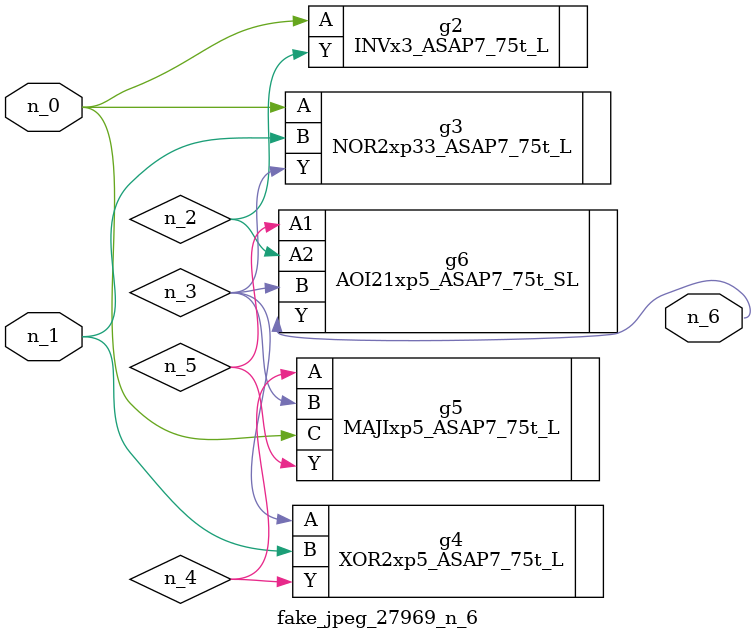
<source format=v>
module fake_jpeg_27969_n_6 (n_0, n_1, n_6);

input n_0;
input n_1;

output n_6;

wire n_3;
wire n_2;
wire n_4;
wire n_5;

INVx3_ASAP7_75t_L g2 ( 
.A(n_0),
.Y(n_2)
);

NOR2xp33_ASAP7_75t_L g3 ( 
.A(n_0),
.B(n_1),
.Y(n_3)
);

XOR2xp5_ASAP7_75t_L g4 ( 
.A(n_3),
.B(n_1),
.Y(n_4)
);

MAJIxp5_ASAP7_75t_L g5 ( 
.A(n_4),
.B(n_3),
.C(n_0),
.Y(n_5)
);

AOI21xp5_ASAP7_75t_SL g6 ( 
.A1(n_5),
.A2(n_2),
.B(n_3),
.Y(n_6)
);


endmodule
</source>
